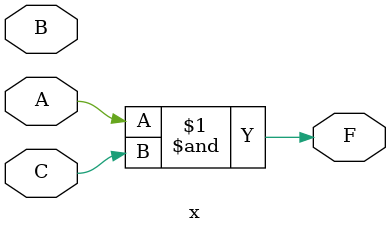
<source format=v>
module x(
    input wire A,B,C,
    output wire F
);
    assign F = A & C;
endmodule
</source>
